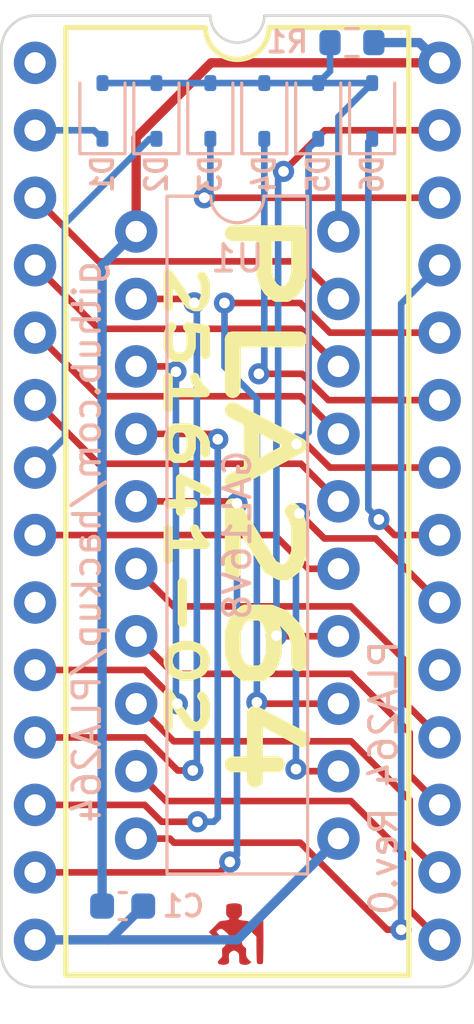
<source format=kicad_pcb>
(kicad_pcb (version 20221018) (generator pcbnew)
  (title_block (title "PLA264") (date "2023-04-25") (rev "0") (company "www.hackup.net") (comment 1 "Creative Commons Attribution-NonCommercial-ShareAlike 4.0 International License.") (comment 2 "This work is licensed under a") (comment 4 "Based on the PLA16V8 by D.Mantione"))
  (layers (0 "F.Cu" signal) (31 "B.Cu" signal) (34 "B.Paste" user) (35 "F.Paste" user) (36 "B.SilkS" user "B.Silkscreen") (37 "F.SilkS" user "F.Silkscreen") (38 "B.Mask" user) (39 "F.Mask" user) (44 "Edge.Cuts" user))
  (net 0 "")
  (net 1 "/A14")
  (net 2 "Net-(D1-A)")
  (net 3 "/A13")
  (net 4 "/A11")
  (net 5 "/A10")
  (net 6 "/A12")
  (net 7 "/A15")
  (net 9 "/A7")
  (net 10 "/A6")
  (net 11 "/A5")
  (net 12 "/A4")
  (net 13 "/PHI0")
  (net 15 "/KERNAL")
  (net 16 "/LOOP")
  (net 17 "/KB_SPI")
  (net 18 "/BSW")
  (net 19 "GND")
  (net 20 "/ACIA")
  (net 21 "/UP_SPI")
  (net 22 "/PHI2")
  (net 23 "/$FDDx")
  (net 25 "/RAS")
  (net 26 "/A9")
  (net 27 "/A8")
  (net 28 "/MUX")
  (net 29 "+5V")
  (footprint "Logo:bigby3-cu" (layer "F.Cu") (at 104.14 88.646)
    (fp_text reference "G***" hide)
    (fp_text value "LOGO" hide)
    (fp_poly (pts (xy -0.026724 -1.11327) (xy 0.058747 -1.09998) (xy 0.1016 -1.084714) (xy 0.134346 -1.064032) (xy 0.153756 -1.034712) (xy 0.163671 -0.984062) (xy 0.167931 -0.899391) (xy 0.168731 -0.862839) (xy 0.169427 -0.764664) (xy 0.163957 -0.702414) (xy 0.147939 -0.661244) (xy 0.116987 -0.62631) (xy 0.092531 -0.604821) (xy 0.045096 -0.555924) (xy 0.036494 -0.520014) (xy 0.069817 -0.494379) (xy 0.148159 -0.476308) (xy 0.252161 -0.464893) (xy 0.351095 -0.454507) (xy 0.413731 -0.440268) (xy 0.454546 -0.416892) (xy 0.488023 -0.379096) (xy 0.488294 -0.378731) (xy 0.540088 -0.326117) (xy 0.60358 -0.283954) (xy 0.66322 -0.260363) (xy 0.703458 -0.263465) (xy 0.705542 -0.265276) (xy 0.714103 -0.297405) (xy 0.721226 -0.367352) (xy 0.72575 -0.462136) (xy 0.726521 -0.499917) (xy 0.731177 -0.620415) (xy 0.741988 -0.696678) (xy 0.759962 -0.735011) (xy 0.764743 -0.738834) (xy 0.825362 -0.758592) (xy 0.895165 -0.758199) (xy 0.949165 -0.738764) (xy 0.957906 -0.73025) (xy 0.963642 -0.69797) (xy 0.968498 -0.621959) (xy 0.972476 -0.509282) (xy 0.975581 -0.367002) (xy 0.977815 -0.20218) (xy 0.979181 -0.021881) (xy 0.979682 0.166834) (xy 0.979322 0.356902) (xy 0.978102 0.541258) (xy 0.976027 0.712842) (xy 0.973098 0.864589) (xy 0.96932 0.989437) (xy 0.964695 1.080324) (xy 0.959227 1.130185) (xy 0.957107 1.13665) (xy 0.91653 1.160454) (xy 0.851662 1.167163) (xy 0.786424 1.155686) (xy 0.765052 1.145423) (xy 0.752385 1.127104) (xy 0.74281 1.086374) (xy 0.735889 1.017299) (xy 0.731188 0.913943) (xy 0.728271 0.77037) (xy 0.726952 0.626376) (xy 0.7239 0.129526) (xy 0.62865 0.042287) (xy 0.574049 -0.012016) (xy 0.539591 -0.054545) (xy 0.5334 -0.068572) (xy 0.512685 -0.093821) (xy 0.461505 -0.126175) (xy 0.447887 -0.13297) (xy 0.387141 -0.157807) (xy 0.343265 -0.15684) (xy 0.288729 -0.128953) (xy 0.284408 -0.126333) (xy 0.224125 -0.081039) (xy 0.183094 -0.035104) (xy 0.181387 -0.032104) (xy 0.140575 0.014704) (xy 0.090866 0.049747) (xy 0.038671 0.088164) (xy 0.032338 0.127919) (xy 0.072474 0.176055) (xy 0.103915 0.200895) (xy 0.159274 0.254459) (xy 0.170508 0.303758) (xy 0.16934 0.309004) (xy 0.16998 0.391151) (xy 0.204658 0.471278) (xy 0.263159 0.5269) (xy 0.269845 0.530211) (xy 0.319172 0.568662) (xy 0.32939 0.628962) (xy 0.324084 0.757859) (xy 0.330317 0.849562) (xy 0.351365 0.917) (xy 0.390506 0.973103) (xy 0.42545 1.008006) (xy 0.5207 1.095765) (xy 0.460736 1.144782) (xy 0.381405 1.181885) (xy 0.279055 1.193135) (xy 0.175143 1.177222) (xy 0.140895 1.164322) (xy 0.107208 1.145264) (xy 0.087821 1.117938) (xy 0.078819 1.06951) (xy 0.076284 0.98715) (xy 0.0762 0.952359) (xy 0.073533 0.848359) (xy 0.060456 0.780119) (xy 0.029356 0.732674) (xy -0.027384 0.691062) (xy -0.068968 0.667085) (xy -0.113918 0.650592) (xy -0.160976 0.660004) (xy -0.213892 0.68798) (xy -0.274031 0.729469) (xy -0.308561 0.77511) (xy -0.322626 0.838813) (xy -0.321369 0.934486) (xy -0.318767 0.971588) (xy -0.314771 1.057163) (xy -0.321881 1.108215) (xy -0.343861 1.140488) (xy -0.362667 1.15525) (xy -0.434131 1.182335) (xy -0.529781 1.190952) (xy -0.626268 1.180544) (xy -0.67945 1.162799) (xy -0.725608 1.127448) (xy -0.729324 1.082427) (xy -0.689636 1.022263) (xy -0.647202 0.979074) (xy -0.597941 0.929618) (xy -0.572461 0.887957) (xy -0.564685 0.835404) (xy -0.568538 0.753273) (xy -0.569523 0.740163) (xy -0.57436 0.653085) (xy -0.569012 0.599876) (xy -0.548605 0.563883) (xy -0.508265 0.528452) (xy -0.507346 0.527733) (xy -0.455235 0.47284) (xy -0.427668 0.415907) (xy -0.427192 0.369379) (xy -0.456356 0.345702) (xy -0.4699 0.344851) (xy -0.536701 0.354612) (xy -0.576736 0.365259) (xy -0.620035 0.368139) (xy -0.670136 0.343626) (xy -0.738047 0.287107) (xy -0.801988 0.227156) (xy -0.853115 0.176968) (xy -0.872512 0.156322) (xy -0.908019 0.118294) (xy -0.963026 0.062812) (xy -0.98704 0.039279) (xy -1.0372 -0.012455) (xy -1.054099 -0.043654) (xy -1.046721 -0.058796) (xy -0.7874 -0.058796) (xy -0.769224 -0.020459) (xy -0.722582 0.037045) (xy -0.659306 0.101954) (xy -0.591229 0.162503) (xy -0.530181 0.206928) (xy -0.508721 0.218282) (xy -0.447135 0.232429) (xy -0.379678 0.215185) (xy -0.36195 0.207227) (xy -0.307202 0.173023) (xy -0.280047 0.1395) (xy -0.2794 0.135024) (xy -0.297434 0.09715) (xy -0.34404 0.039389) (xy -0.407973 -0.026595) (xy -0.47799 -0.089141) (xy -0.53887 -0.134102) (xy -0.587802 -0.16077) (xy -0.628218 -0.163068) (xy -0.684659 -0.141137) (xy -0.69762 -0.135005) (xy -0.755074 -0.099824) (xy -0.785794 -0.065848) (xy -0.7874 -0.058796) (xy -1.046721 -0.058796) (xy -1.042486 -0.067485) (xy -1.029669 -0.078944) (xy -0.978289 -0.12488) (xy -0.936801 -0.1651) (xy -0.881514 -0.22098) (xy -0.843371 -0.259421) (xy -0.810351 -0.292995) (xy -0.779826 -0.325477) (xy -0.736645 -0.373149) (xy -0.712712 -0.399809) (xy -0.665231 -0.432057) (xy -0.585127 -0.453807) (xy -0.494803 -0.465318) (xy -0.380598 -0.479658) (xy -0.313615 -0.498886) (xy -0.290301 -0.526256) (xy -0.307104 -0.565021) (xy -0.343893 -0.603528) (xy -0.383558 -0.644002) (xy -0.405638 -0.683579) (xy -0.414687 -0.738178) (xy -0.415256 -0.823721) (xy -0.41463 -0.8509) (xy -0.412158 -0.941267) (xy -0.4099 -1.01016) (xy -0.408328 -1.043251) (xy -0.40828 -1.043673) (xy -0.381235 -1.072258) (xy -0.316608 -1.094552) (xy -0.22735 -1.109514) (xy -0.126406 -1.1161) (xy -0.026724 -1.11327)) (stroke (width 0.01)) (fill solid) (layer "F.Cu"))
  )
  (footprint "Package_DIP:DIP-28_W15.24mm" (layer "F.Cu") (at 96.52 55.88)
    (fp_text reference "J1" hide)
    (fp_text value "PLA_Socket")
    (fp_line (start 1.16 -1.33) (end 1.16 34.35) (stroke (width 0.2)) (layer "F.SilkS"))
    (fp_line (start 1.16 34.35) (end 14.08 34.35) (stroke (width 0.2)) (layer "F.SilkS"))
    (fp_line (start 6.42 -1.33) (end 1.16 -1.33) (stroke (width 0.2)) (layer "F.SilkS"))
    (fp_line (start 14.08 -1.33) (end 8.82 -1.33) (stroke (width 0.2)) (layer "F.SilkS"))
    (fp_line (start 14.08 34.35) (end 14.08 -1.33) (stroke (width 0.2)) (layer "F.SilkS"))
    (fp_arc (start 8.82 -1.33) (mid 7.62 -0.13) (end 6.42 -1.33) (stroke (width 0.2)) (layer "F.SilkS"))
    (pad "1" thru_hole circle (at 0 0) (size 1.6 1.6) (drill 0.8) (layers "*.Cu" "*.Mask"))
    (pad "2" thru_hole oval (at 0 2.54) (size 1.6 1.6) (drill 0.8) (layers "*.Cu" "*.Mask") (net 6 "/A12"))
    (pad "3" thru_hole oval (at 0 5.08) (size 1.6 1.6) (drill 0.8) (layers "*.Cu" "*.Mask") (net 9 "/A7"))
    (pad "4" thru_hole oval (at 0 7.62) (size 1.6 1.6) (drill 0.8) (layers "*.Cu" "*.Mask") (net 10 "/A6"))
    (pad "5" thru_hole oval (at 0 10.16) (size 1.6 1.6) (drill 0.8) (layers "*.Cu" "*.Mask") (net 11 "/A5"))
    (pad "6" thru_hole oval (at 0 12.7) (size 1.6 1.6) (drill 0.8) (layers "*.Cu" "*.Mask") (net 12 "/A4"))
    (pad "7" thru_hole oval (at 0 15.24) (size 1.6 1.6) (drill 0.8) (layers "*.Cu" "*.Mask") (net 7 "/A15"))
    (pad "8" thru_hole oval (at 0 17.78) (size 1.6 1.6) (drill 0.8) (layers "*.Cu" "*.Mask") (net 13 "/PHI0"))
    (pad "9" thru_hole oval (at 0 20.32) (size 1.6 1.6) (drill 0.8) (layers "*.Cu" "*.Mask"))
    (pad "10" thru_hole oval (at 0 22.86) (size 1.6 1.6) (drill 0.8) (layers "*.Cu" "*.Mask") (net 15 "/KERNAL"))
    (pad "11" thru_hole oval (at 0 25.4) (size 1.6 1.6) (drill 0.8) (layers "*.Cu" "*.Mask") (net 16 "/LOOP"))
    (pad "12" thru_hole oval (at 0 27.94) (size 1.6 1.6) (drill 0.8) (layers "*.Cu" "*.Mask") (net 17 "/KB_SPI"))
    (pad "13" thru_hole oval (at 0 30.48) (size 1.6 1.6) (drill 0.8) (layers "*.Cu" "*.Mask") (net 18 "/BSW"))
    (pad "14" thru_hole oval (at 0 33.02) (size 1.6 1.6) (drill 0.8) (layers "*.Cu" "*.Mask") (net 19 "GND"))
    (pad "15" thru_hole oval (at 15.24 33.02) (size 1.6 1.6) (drill 0.8) (layers "*.Cu" "*.Mask") (net 20 "/ACIA"))
    (pad "16" thru_hole oval (at 15.24 30.48) (size 1.6 1.6) (drill 0.8) (layers "*.Cu" "*.Mask") (net 21 "/UP_SPI"))
    (pad "17" thru_hole oval (at 15.24 27.94) (size 1.6 1.6) (drill 0.8) (layers "*.Cu" "*.Mask") (net 22 "/PHI2"))
    (pad "18" thru_hole oval (at 15.24 25.4) (size 1.6 1.6) (drill 0.8) (layers "*.Cu" "*.Mask") (net 23 "/$FDDx"))
    (pad "19" thru_hole oval (at 15.24 22.86) (size 1.6 1.6) (drill 0.8) (layers "*.Cu" "*.Mask"))
    (pad "20" thru_hole oval (at 15.24 20.32) (size 1.6 1.6) (drill 0.8) (layers "*.Cu" "*.Mask") (net 25 "/RAS"))
    (pad "21" thru_hole oval (at 15.24 17.78) (size 1.6 1.6) (drill 0.8) (layers "*.Cu" "*.Mask") (net 5 "/A10"))
    (pad "22" thru_hole oval (at 15.24 15.24) (size 1.6 1.6) (drill 0.8) (layers "*.Cu" "*.Mask") (net 4 "/A11"))
    (pad "23" thru_hole oval (at 15.24 12.7) (size 1.6 1.6) (drill 0.8) (layers "*.Cu" "*.Mask") (net 3 "/A13"))
    (pad "24" thru_hole oval (at 15.24 10.16) (size 1.6 1.6) (drill 0.8) (layers "*.Cu" "*.Mask") (net 26 "/A9"))
    (pad "25" thru_hole oval (at 15.24 7.62) (size 1.6 1.6) (drill 0.8) (layers "*.Cu" "*.Mask") (net 27 "/A8"))
    (pad "26" thru_hole oval (at 15.24 5.08) (size 1.6 1.6) (drill 0.8) (layers "*.Cu" "*.Mask") (net 1 "/A14"))
    (pad "27" thru_hole oval (at 15.24 2.54) (size 1.6 1.6) (drill 0.8) (layers "*.Cu" "*.Mask") (net 28 "/MUX"))
    (pad "28" thru_hole oval (at 15.24 0) (size 1.6 1.6) (drill 0.8) (layers "*.Cu" "*.Mask") (net 29 "+5V"))
  )
  (footprint "Diode_SMD:D_SOD-323" (layer "B.Cu") (at 99.06 57.692 90)
    (fp_text reference "D1" (at -2.379 0 90) (layer "B.SilkS") (effects (font (size 0.8 0.7)) (justify mirror)))
    (fp_text value "1N4148WS")
    (fp_line (start -1.61 -0.85) (end 1.05 -0.85) (stroke (width 0.12)) (layer "B.SilkS"))
    (fp_line (start -1.61 0.85) (end -1.61 -0.85) (stroke (width 0.12)) (layer "B.SilkS"))
    (fp_line (start -1.61 0.85) (end 1.05 0.85) (stroke (width 0.12)) (layer "B.SilkS"))
    (pad "1" smd roundrect (at -1.05 0 90) (size 0.6 0.45) (layers "B.Cu" "B.Paste" "B.Mask") (net 6 "/A12"))
    (pad "2" smd roundrect (at 1.05 0 90) (size 0.6 0.45) (layers "B.Cu" "B.Paste" "B.Mask") (net 2 "Net-(D1-A)"))
  )
  (footprint "Diode_SMD:D_SOD-323" (layer "B.Cu") (at 109.22 57.692 90)
    (fp_text reference "D6" hide)
    (fp_text value "1N4148WS")
    (fp_text user "${REFERENCE}" (at -2.379 0 90) (layer "B.SilkS") (effects (font (size 0.8 0.7)) (justify mirror)))
    (fp_line (start -1.61 -0.85) (end 1.05 -0.85) (stroke (width 0.12)) (layer "B.SilkS"))
    (fp_line (start -1.61 0.85) (end -1.61 -0.85) (stroke (width 0.12)) (layer "B.SilkS"))
    (fp_line (start -1.61 0.85) (end 1.05 0.85) (stroke (width 0.12)) (layer "B.SilkS"))
    (pad "1" smd roundrect (at -1.05 0 90) (size 0.6 0.45) (layers "B.Cu" "B.Paste" "B.Mask") (net 5 "/A10"))
    (pad "2" smd roundrect (at 1.05 0 90) (size 0.6 0.45) (layers "B.Cu" "B.Paste" "B.Mask") (net 2 "Net-(D1-A)"))
  )
  (footprint "Capacitor_SMD:C_0603_1608Metric" (layer "B.Cu") (at 99.822 87.63)
    (fp_text reference "C1" (at 2.286 0) (layer "B.SilkS") (effects (font (size 0.8 0.8)) (justify mirror)))
    (fp_text value "100n")
    (fp_line (start -0.14058 -0.51) (end 0.14058 -0.51) (stroke (width 0.12)) (layer "B.SilkS"))
    (fp_line (start -0.14058 0.51) (end 0.14058 0.51) (stroke (width 0.12)) (layer "B.SilkS"))
    (pad "1" smd roundrect (at -0.775 0) (size 0.9 0.95) (layers "B.Cu" "B.Paste" "B.Mask") (net 29 "+5V"))
    (pad "2" smd roundrect (at 0.775 0) (size 0.9 0.95) (layers "B.Cu" "B.Paste" "B.Mask") (net 19 "GND"))
  )
  (footprint "Diode_SMD:D_SOD-323" (layer "B.Cu") (at 105.156 57.692 90)
    (fp_text reference "D4" hide)
    (fp_text value "1N4148WS")
    (fp_text user "${REFERENCE}" (at -2.379 0 90) (layer "B.SilkS") (effects (font (size 0.8 0.7)) (justify mirror)))
    (fp_line (start -1.61 -0.85) (end 1.05 -0.85) (stroke (width 0.12)) (layer "B.SilkS"))
    (fp_line (start -1.61 0.85) (end -1.61 -0.85) (stroke (width 0.12)) (layer "B.SilkS"))
    (fp_line (start -1.61 0.85) (end 1.05 0.85) (stroke (width 0.12)) (layer "B.SilkS"))
    (pad "1" smd roundrect (at -1.05 0 90) (size 0.6 0.45) (layers "B.Cu" "B.Paste" "B.Mask") (net 3 "/A13"))
    (pad "2" smd roundrect (at 1.05 0 90) (size 0.6 0.45) (layers "B.Cu" "B.Paste" "B.Mask") (net 2 "Net-(D1-A)"))
  )
  (footprint "Diode_SMD:D_SOD-323" (layer "B.Cu") (at 101.092 57.692 90)
    (fp_text reference "D2" hide)
    (fp_text value "1N4148WS")
    (fp_text user "${REFERENCE}" (at -2.379 0 90) (layer "B.SilkS") (effects (font (size 0.8 0.7)) (justify mirror)))
    (fp_line (start -1.61 -0.85) (end 1.05 -0.85) (stroke (width 0.12)) (layer "B.SilkS"))
    (fp_line (start -1.61 0.85) (end -1.61 -0.85) (stroke (width 0.12)) (layer "B.SilkS"))
    (fp_line (start -1.61 0.85) (end 1.05 0.85) (stroke (width 0.12)) (layer "B.SilkS"))
    (pad "1" smd roundrect (at -1.05 0 90) (size 0.6 0.45) (layers "B.Cu" "B.Paste" "B.Mask") (net 7 "/A15"))
    (pad "2" smd roundrect (at 1.05 0 90) (size 0.6 0.45) (layers "B.Cu" "B.Paste" "B.Mask") (net 2 "Net-(D1-A)"))
  )
  (footprint "Package_DIP:DIP-20_W7.62mm" (layer "B.Cu") (at 107.95 62.23 180)
    (fp_text reference "U1" (at 3.81 -1.016) (layer "B.SilkS") (effects (justify mirror)))
    (fp_text value "GAL16V8" (at 3.81 -11.43 90) (layer "B.SilkS") (effects (justify mirror)))
    (fp_line (start 1.16 -24.19) (end 6.46 -24.19) (stroke (width 0.12)) (layer "B.SilkS"))
    (fp_line (start 1.16 1.33) (end 1.16 -24.19) (stroke (width 0.12)) (layer "B.SilkS"))
    (fp_line (start 2.81 1.33) (end 1.16 1.33) (stroke (width 0.12)) (layer "B.SilkS"))
    (fp_line (start 6.46 -24.19) (end 6.46 1.33) (stroke (width 0.12)) (layer "B.SilkS"))
    (fp_line (start 6.46 1.33) (end 4.81 1.33) (stroke (width 0.12)) (layer "B.SilkS"))
    (fp_arc (start 2.81 1.33) (mid 3.81 0.33) (end 4.81 1.33) (stroke (width 0.12)) (layer "B.SilkS"))
    (pad "1" thru_hole circle (at 0 0 180) (size 1.6 1.6) (drill 0.8) (layers "*.Cu" "*.Mask") (net 2 "Net-(D1-A)"))
    (pad "2" thru_hole oval (at 0 -2.54 180) (size 1.6 1.6) (drill 0.8) (layers "*.Cu" "*.Mask") (net 9 "/A7"))
    (pad "3" thru_hole oval (at 0 -5.08 180) (size 1.6 1.6) (drill 0.8) (layers "*.Cu" "*.Mask") (net 10 "/A6"))
    (pad "4" thru_hole oval (at 0 -7.62 180) (size 1.6 1.6) (drill 0.8) (layers "*.Cu" "*.Mask") (net 11 "/A5"))
    (pad "5" thru_hole oval (at 0 -10.16 180) (size 1.6 1.6) (drill 0.8) (layers "*.Cu" "*.Mask") (net 12 "/A4"))
    (pad "6" thru_hole oval (at 0 -12.7 180) (size 1.6 1.6) (drill 0.8) (layers "*.Cu" "*.Mask") (net 13 "/PHI0"))
    (pad "7" thru_hole oval (at 0 -15.24 180) (size 1.6 1.6) (drill 0.8) (layers "*.Cu" "*.Mask") (net 28 "/MUX"))
    (pad "8" thru_hole oval (at 0 -17.78 180) (size 1.6 1.6) (drill 0.8) (layers "*.Cu" "*.Mask") (net 26 "/A9"))
    (pad "9" thru_hole oval (at 0 -20.32 180) (size 1.6 1.6) (drill 0.8) (layers "*.Cu" "*.Mask") (net 25 "/RAS"))
    (pad "10" thru_hole oval (at 0 -22.86 180) (size 1.6 1.6) (drill 0.8) (layers "*.Cu" "*.Mask") (net 19 "GND"))
    (pad "11" thru_hole oval (at 7.62 -22.86 180) (size 1.6 1.6) (drill 0.8) (layers "*.Cu" "*.Mask") (net 27 "/A8"))
    (pad "12" thru_hole oval (at 7.62 -20.32 180) (size 1.6 1.6) (drill 0.8) (layers "*.Cu" "*.Mask") (net 20 "/ACIA"))
    (pad "13" thru_hole oval (at 7.62 -17.78 180) (size 1.6 1.6) (drill 0.8) (layers "*.Cu" "*.Mask") (net 21 "/UP_SPI"))
    (pad "14" thru_hole oval (at 7.62 -15.24 180) (size 1.6 1.6) (drill 0.8) (layers "*.Cu" "*.Mask") (net 22 "/PHI2"))
    (pad "15" thru_hole oval (at 7.62 -12.7 180) (size 1.6 1.6) (drill 0.8) (layers "*.Cu" "*.Mask") (net 23 "/$FDDx"))
    (pad "16" thru_hole oval (at 7.62 -10.16 180) (size 1.6 1.6) (drill 0.8) (layers "*.Cu" "*.Mask") (net 18 "/BSW"))
    (pad "17" thru_hole oval (at 7.62 -7.62 180) (size 1.6 1.6) (drill 0.8) (layers "*.Cu" "*.Mask") (net 17 "/KB_SPI"))
    (pad "18" thru_hole oval (at 7.62 -5.08 180) (size 1.6 1.6) (drill 0.8) (layers "*.Cu" "*.Mask") (net 15 "/KERNAL"))
    (pad "19" thru_hole oval (at 7.62 -2.54 180) (size 1.6 1.6) (drill 0.8) (layers "*.Cu" "*.Mask") (net 16 "/LOOP"))
    (pad "20" thru_hole oval (at 7.62 0 180) (size 1.6 1.6) (drill 0.8) (layers "*.Cu" "*.Mask") (net 29 "+5V"))
  )
  (footprint "Diode_SMD:D_SOD-323" (layer "B.Cu") (at 107.188 57.692 90)
    (fp_text reference "D5" hide)
    (fp_text value "1N4148WS")
    (fp_text user "${REFERENCE}" (at -2.379 0 90) (layer "B.SilkS") (effects (font (size 0.8 0.7)) (justify mirror)))
    (fp_line (start -1.61 -0.85) (end 1.05 -0.85) (stroke (width 0.12)) (layer "B.SilkS"))
    (fp_line (start -1.61 0.85) (end -1.61 -0.85) (stroke (width 0.12)) (layer "B.SilkS"))
    (fp_line (start -1.61 0.85) (end 1.05 0.85) (stroke (width 0.12)) (layer "B.SilkS"))
    (pad "1" smd roundrect (at -1.05 0 90) (size 0.6 0.45) (layers "B.Cu" "B.Paste" "B.Mask") (net 4 "/A11"))
    (pad "2" smd roundrect (at 1.05 0 90) (size 0.6 0.45) (layers "B.Cu" "B.Paste" "B.Mask") (net 2 "Net-(D1-A)"))
  )
  (footprint "Resistor_SMD:R_0603_1608Metric" (layer "B.Cu") (at 108.458 55.118 180)
    (fp_text reference "R1" (at 2.4384 0.0254) (layer "B.SilkS") (effects (font (size 0.8 0.8)) (justify mirror)))
    (fp_text value "5k6")
    (fp_line (start -0.237258 -0.5225) (end 0.237258 -0.5225) (stroke (width 0.12)) (layer "B.SilkS"))
    (fp_line (start -0.237258 0.5225) (end 0.237258 0.5225) (stroke (width 0.12)) (layer "B.SilkS"))
    (pad "1" smd roundrect (at -0.825 0 180) (size 0.8 0.95) (layers "B.Cu" "B.Paste" "B.Mask") (net 29 "+5V"))
    (pad "2" smd roundrect (at 0.825 0 180) (size 0.8 0.95) (layers "B.Cu" "B.Paste" "B.Mask") (net 2 "Net-(D1-A)"))
  )
  (footprint "Diode_SMD:D_SOD-323" (layer "B.Cu") (at 103.124 57.692 90)
    (fp_text reference "D3" hide)
    (fp_text value "1N4148WS")
    (fp_text user "${REFERENCE}" (at -2.379 0 90) (layer "B.SilkS") (effects (font (size 0.8 0.7)) (justify mirror)))
    (fp_line (start -1.61 -0.85) (end 1.05 -0.85) (stroke (width 0.12)) (layer "B.SilkS"))
    (fp_line (start -1.61 0.85) (end -1.61 -0.85) (stroke (width 0.12)) (layer "B.SilkS"))
    (fp_line (start -1.61 0.85) (end 1.05 0.85) (stroke (width 0.12)) (layer "B.SilkS"))
    (pad "1" smd roundrect (at -1.05 0 90) (size 0.6 0.45) (layers "B.Cu" "B.Paste" "B.Mask") (net 1 "/A14"))
    (pad "2" smd roundrect (at 1.05 0 90) (size 0.6 0.45) (layers "B.Cu" "B.Paste" "B.Mask") (net 2 "Net-(D1-A)"))
  )
  (gr_line (start 111.76 90.678) (end 96.52 90.678) (stroke (width 0.1)) (layer "Edge.Cuts"))
  (gr_arc (start 96.52 90.678) (mid 95.621974 90.306026) (end 95.25 89.408) (stroke (width 0.1)) (layer "Edge.Cuts"))
  (gr_arc (start 105.156 54.102) (mid 104.14 55.118) (end 103.124 54.102) (stroke (width 0.1)) (layer "Edge.Cuts"))
  (gr_arc (start 111.76 54.102) (mid 112.658026 54.473974) (end 113.03 55.372) (stroke (width 0.1)) (layer "Edge.Cuts"))
  (gr_line (start 105.156 54.102) (end 111.76 54.102) (stroke (width 0.1)) (layer "Edge.Cuts"))
  (gr_arc (start 113.03 89.408) (mid 112.658026 90.306026) (end 111.76 90.678) (stroke (width 0.1)) (layer "Edge.Cuts"))
  (gr_arc (start 95.25 55.372) (mid 95.621974 54.473974) (end 96.52 54.102) (stroke (width 0.1)) (layer "Edge.Cuts"))
  (gr_line (start 95.25 89.408) (end 95.25 55.372) (stroke (width 0.1)) (layer "Edge.Cuts"))
  (gr_line (start 113.03 55.372) (end 113.03 89.408) (stroke (width 0.1)) (layer "Edge.Cuts"))
  (gr_line (start 96.52 54.102) (end 103.124 54.102) (stroke (width 0.1)) (layer "Edge.Cuts"))
  (gr_text "github.com/hackup/PLA264" (at 99.06 63.246 90) (layer "B.SilkS") (effects (font (size 1 1)) (justify left bottom mirror)))
  (gr_text "PLA264 Rev.0" (at 110.236 82.804 90) (layer "B.SilkS") (effects (font (size 1 1)) (justify bottom mirror)))
  (gr_text "251641-02" (at 101.346 72.39 270) (layer "F.SilkS") (effects (font (size 1.4 2) (thickness 0.35) bold) (justify bottom)))
  (gr_text "PLA264" (at 103.632 72.39 270) (layer "F.SilkS") (effects (font (size 2.5 4) (thickness 0.6) bold) (justify bottom)))
  (segment (start 102.8954 60.96) (end 111.76 60.96) (width 0.25) (layer "F.Cu") (net 1))
  (via (at 102.8954 60.96) (size 0.8) (drill 0.4) (layers "F.Cu" "B.Cu") (net 1))
  (segment (start 103.124 58.742) (end 103.124 60.7314) (width 0.25) (layer "B.Cu") (net 1))
  (segment (start 103.124 60.7314) (end 102.8954 60.96) (width 0.25) (layer "B.Cu") (net 1))
  (segment (start 99.06 56.642) (end 101.092 56.642) (width 0.25) (layer "B.Cu") (net 2))
  (segment (start 109.22 56.642) (end 107.95 57.912) (width 0.25) (layer "B.Cu") (net 2))
  (segment (start 107.633 56.197) (end 107.188 56.642) (width 0.25) (layer "B.Cu") (net 2))
  (segment (start 107.95 57.912) (end 107.95 62.23) (width 0.25) (layer "B.Cu") (net 2))
  (segment (start 107.188 56.642) (end 109.22 56.642) (width 0.25) (layer "B.Cu") (net 2))
  (segment (start 107.633 55.118) (end 107.633 56.197) (width 0.25) (layer "B.Cu") (net 2))
  (segment (start 103.124 56.642) (end 105.156 56.642) (width 0.25) (layer "B.Cu") (net 2))
  (segment (start 101.092 56.642) (end 103.124 56.642) (width 0.25) (layer "B.Cu") (net 2))
  (segment (start 105.156 56.642) (end 107.188 56.642) (width 0.25) (layer "B.Cu") (net 2))
  (segment (start 107.569 68.58) (end 111.76 68.58) (width 0.25) (layer "F.Cu") (net 3))
  (segment (start 104.9528 67.5894) (end 106.5784 67.5894) (width 0.25) (layer "F.Cu") (net 3))
  (segment (start 106.5784 67.5894) (end 107.569 68.58) (width 0.25) (layer "F.Cu") (net 3))
  (via (at 104.9528 67.5894) (size 0.8) (drill 0.4) (layers "F.Cu" "B.Cu") (net 3))
  (segment (start 105.156 67.3862) (end 104.9528 67.5894) (width 0.25) (layer "B.Cu") (net 3))
  (segment (start 105.156 58.742) (end 105.156 67.3862) (width 0.25) (layer "B.Cu") (net 3))
  (segment (start 107.629009 71.12) (end 111.76 71.12) (width 0.25) (layer "F.Cu") (net 4))
  (segment (start 106.3752 70.231) (end 106.740009 70.231) (width 0.25) (layer "F.Cu") (net 4))
  (segment (start 106.740009 70.231) (end 107.629009 71.12) (width 0.25) (layer "F.Cu") (net 4))
  (via (at 106.3752 70.231) (size 0.8) (drill 0.4) (layers "F.Cu" "B.Cu") (net 4))
  (segment (start 107.188 58.742) (end 106.825 59.105) (width 0.25) (layer "B.Cu") (net 4))
  (segment (start 106.825 59.105) (end 106.825 69.7812) (width 0.25) (layer "B.Cu") (net 4))
  (segment (start 106.825 69.7812) (end 106.3752 70.231) (width 0.25) (layer "B.Cu") (net 4))
  (segment (start 111.76 73.66) (end 110.059389 73.66) (width 0.25) (layer "F.Cu") (net 5))
  (segment (start 110.059389 73.66) (end 109.472914 73.073525) (width 0.25) (layer "F.Cu") (net 5))
  (via (at 109.472914 73.073525) (size 0.8) (drill 0.4) (layers "F.Cu" "B.Cu") (net 5))
  (segment (start 109.075 72.675611) (end 109.472914 73.073525) (width 0.25) (layer "B.Cu") (net 5))
  (segment (start 109.075 58.851) (end 109.075 72.675611) (width 0.25) (layer "B.Cu") (net 5))
  (segment (start 99.06 58.742) (end 98.738 58.42) (width 0.25) (layer "B.Cu") (net 6))
  (segment (start 98.738 58.42) (end 96.52 58.42) (width 0.25) (layer "B.Cu") (net 6))
  (segment (start 101.092 58.742) (end 100.838 58.742) (width 0.25) (layer "B.Cu") (net 7))
  (segment (start 97.645 69.995) (end 97.645 61.935) (width 0.25) (layer "B.Cu") (net 7))
  (segment (start 96.52 71.12) (end 97.645 69.995) (width 0.25) (layer "B.Cu") (net 7))
  (segment (start 100.838 58.742) (end 97.645 61.935) (width 0.25) (layer "B.Cu") (net 7))
  (segment (start 98.915 63.355) (end 96.52 60.96) (width 0.25) (layer "F.Cu") (net 9))
  (segment (start 106.535 63.355) (end 98.915 63.355) (width 0.25) (layer "F.Cu") (net 9))
  (segment (start 107.95 64.77) (end 106.535 63.355) (width 0.25) (layer "F.Cu") (net 9))
  (segment (start 107.95 67.31) (end 106.535 65.895) (width 0.25) (layer "F.Cu") (net 10))
  (segment (start 98.915 65.895) (end 96.52 63.5) (width 0.25) (layer "F.Cu") (net 10))
  (segment (start 106.535 65.895) (end 98.915 65.895) (width 0.25) (layer "F.Cu") (net 10))
  (segment (start 106.535 68.435) (end 98.915 68.435) (width 0.25) (layer "F.Cu") (net 11))
  (segment (start 98.915 68.435) (end 96.52 66.04) (width 0.25) (layer "F.Cu") (net 11))
  (segment (start 107.95 69.85) (end 106.535 68.435) (width 0.25) (layer "F.Cu") (net 11))
  (segment (start 107.95 72.39) (end 106.535 70.975) (width 0.25) (layer "F.Cu") (net 12))
  (segment (start 106.535 70.975) (end 98.915 70.975) (width 0.25) (layer "F.Cu") (net 12))
  (segment (start 98.915 70.975) (end 96.52 68.58) (width 0.25) (layer "F.Cu") (net 12))
  (segment (start 106.81863 74.93) (end 105.54863 73.66) (width 0.25) (layer "F.Cu") (net 13))
  (segment (start 105.54863 73.66) (end 96.52 73.66) (width 0.25) (layer "F.Cu") (net 13))
  (segment (start 107.95 74.93) (end 106.81863 74.93) (width 0.25) (layer "F.Cu") (net 13))
  (segment (start 100.33 67.31) (end 101.6254 67.31) (width 0.25) (layer "F.Cu") (net 15))
  (segment (start 101.6254 67.31) (end 101.8286 67.5132) (width 0.25) (layer "F.Cu") (net 15))
  (segment (start 101.8794 79.968409) (end 100.650991 78.74) (width 0.25) (layer "F.Cu") (net 15))
  (segment (start 100.650991 78.74) (end 96.52 78.74) (width 0.25) (layer "F.Cu") (net 15))
  (segment (start 101.8794 80.01) (end 101.8794 79.968409) (width 0.25) (layer "F.Cu") (net 15))
  (via (at 101.8794 80.01) (size 0.8) (drill 0.4) (layers "F.Cu" "B.Cu") (net 15))
  (via (at 101.8286 67.5132) (size 0.8) (drill 0.4) (layers "F.Cu" "B.Cu") (net 15))
  (segment (start 101.8286 67.5132) (end 101.8286 79.9592) (width 0.25) (layer "B.Cu") (net 15))
  (segment (start 101.8286 79.9592) (end 101.8794 80.01) (width 0.25) (layer "B.Cu") (net 15))
  (segment (start 102.370421 64.77) (end 102.515845 64.915424) (width 0.25) (layer "F.Cu") (net 16))
  (segment (start 100.33 64.77) (end 102.370421 64.77) (width 0.25) (layer "F.Cu") (net 16))
  (segment (start 102.4636 82.5246) (end 101.895591 82.5246) (width 0.25) (layer "F.Cu") (net 16))
  (segment (start 101.895591 82.5246) (end 100.650991 81.28) (width 0.25) (layer "F.Cu") (net 16))
  (segment (start 100.650991 81.28) (end 96.52 81.28) (width 0.25) (layer "F.Cu") (net 16))
  (via (at 102.515845 64.915424) (size 0.8) (drill 0.4) (layers "F.Cu" "B.Cu") (net 16))
  (via (at 102.4636 82.5246) (size 0.8) (drill 0.4) (layers "F.Cu" "B.Cu") (net 16))
  (segment (start 102.616 65.015579) (end 102.515845 64.915424) (width 0.25) (layer "B.Cu") (net 16))
  (segment (start 102.4636 82.5246) (end 102.616 82.3722) (width 0.25) (layer "B.Cu") (net 16))
  (segment (start 102.616 82.3722) (end 102.616 65.015579) (width 0.25) (layer "B.Cu") (net 16))
  (segment (start 100.650991 83.82) (end 96.52 83.82) (width 0.25) (layer "F.Cu") (net 17))
  (segment (start 102.6414 84.455) (end 101.285991 84.455) (width 0.25) (layer "F.Cu") (net 17))
  (segment (start 101.285991 84.455) (end 100.650991 83.82) (width 0.25) (layer "F.Cu") (net 17))
  (segment (start 103.2002 69.85) (end 103.4034 70.0532) (width 0.25) (layer "F.Cu") (net 17))
  (segment (start 100.33 69.85) (end 103.2002 69.85) (width 0.25) (layer "F.Cu") (net 17))
  (via (at 103.4034 70.0532) (size 0.8) (drill 0.4) (layers "F.Cu" "B.Cu") (net 17))
  (via (at 102.6414 84.455) (size 0.8) (drill 0.4) (layers "F.Cu" "B.Cu") (net 17))
  (segment (start 103.4034 84.3026) (end 103.251 84.455) (width 0.25) (layer "B.Cu") (net 17))
  (segment (start 103.251 84.455) (end 102.6414 84.455) (width 0.25) (layer "B.Cu") (net 17))
  (segment (start 103.4034 70.0532) (end 103.4034 84.3026) (width 0.25) (layer "B.Cu") (net 17))
  (segment (start 103.465626 86.36) (end 103.858726 85.9669) (width 0.25) (layer "F.Cu") (net 18))
  (segment (start 104.0517 72.39) (end 104.1279 72.4662) (width 0.25) (layer "F.Cu") (net 18))
  (segment (start 100.33 72.39) (end 104.0517 72.39) (width 0.25) (layer "F.Cu") (net 18))
  (segment (start 96.52 86.36) (end 103.465626 86.36) (width 0.25) (layer "F.Cu") (net 18))
  (via (at 103.858726 85.9669) (size 0.8) (drill 0.4) (layers "F.Cu" "B.Cu") (net 18))
  (via (at 104.1279 72.4662) (size 0.8) (drill 0.4) (layers "F.Cu" "B.Cu") (net 18))
  (segment (start 104.1279 72.4662) (end 104.1279 85.697726) (width 0.25) (layer "B.Cu") (net 18))
  (segment (start 104.1279 85.697726) (end 103.858726 85.9669) (width 0.25) (layer "B.Cu") (net 18))
  (segment (start 96.52 88.9) (end 104.14 88.9) (width 0.35) (layer "B.Cu") (net 19))
  (segment (start 100.597 87.63) (end 99.327 88.9) (width 0.35) (layer "B.Cu") (net 19))
  (segment (start 104.14 88.9) (end 107.95 85.09) (width 0.35) (layer "B.Cu") (net 19))
  (segment (start 99.327 88.9) (end 96.52 88.9) (width 0.35) (layer "B.Cu") (net 19))
  (segment (start 101.455 83.675) (end 108.415991 83.675) (width 0.25) (layer "F.Cu") (net 20))
  (segment (start 110.635 87.775) (end 111.76 88.9) (width 0.25) (layer "F.Cu") (net 20))
  (segment (start 110.635 85.894009) (end 110.635 87.775) (width 0.25) (layer "F.Cu") (net 20))
  (segment (start 108.415991 83.675) (end 110.635 85.894009) (width 0.25) (layer "F.Cu") (net 20))
  (segment (start 100.33 82.55) (end 101.455 83.675) (width 0.25) (layer "F.Cu") (net 20))
  (segment (start 101.745 81.425) (end 108.4252 81.425) (width 0.25) (layer "F.Cu") (net 21))
  (segment (start 100.33 80.01) (end 101.745 81.425) (width 0.25) (layer "F.Cu") (net 21))
  (segment (start 108.4252 81.425) (end 110.635 83.6348) (width 0.25) (layer "F.Cu") (net 21))
  (segment (start 110.635 85.235) (end 111.76 86.36) (width 0.25) (layer "F.Cu") (net 21))
  (segment (start 110.635 83.6348) (end 110.635 85.235) (width 0.25) (layer "F.Cu") (net 21))
  (segment (start 100.33 77.47) (end 101.745 78.885) (width 0.25) (layer "F.Cu") (net 22))
  (segment (start 101.745 78.885) (end 108.415991 78.885) (width 0.25) (layer "F.Cu") (net 22))
  (segment (start 108.415991 78.885) (end 110.635 81.104009) (width 0.25) (layer "F.Cu") (net 22))
  (segment (start 110.635 82.695) (end 111.76 83.82) (width 0.25) (layer "F.Cu") (net 22))
  (segment (start 110.635 81.104009) (end 110.635 82.695) (width 0.25) (layer "F.Cu") (net 22))
  (segment (start 110.5408 78.469809) (end 110.5408 80.0608) (width 0.25) (layer "F.Cu") (net 23))
  (segment (start 108.415991 76.345) (end 110.5408 78.469809) (width 0.25) (layer "F.Cu") (net 23))
  (segment (start 101.745 76.345) (end 108.415991 76.345) (width 0.25) (layer "F.Cu") (net 23))
  (segment (start 100.33 74.93) (end 101.745 76.345) (width 0.25) (layer "F.Cu") (net 23))
  (segment (start 110.5408 80.0608) (end 111.76 81.28) (width 0.25) (layer "F.Cu") (net 23))
  (segment (start 107.4166 73.787) (end 109.347 73.787) (width 0.25) (layer "F.Cu") (net 25))
  (segment (start 107.95 82.55) (end 106.426 82.55) (width 0.25) (layer "F.Cu") (net 25))
  (segment (start 106.4768 72.8472) (end 107.4166 73.787) (width 0.25) (layer "F.Cu") (net 25))
  (segment (start 106.426 82.55) (end 106.3498 82.4738) (width 0.25) (layer "F.Cu") (net 25))
  (segment (start 109.347 73.787) (end 111.76 76.2) (width 0.25) (layer "F.Cu") (net 25))
  (via (at 106.4768 72.8472) (size 0.8) (drill 0.4) (layers "F.Cu" "B.Cu") (net 25))
  (via (at 106.3498 82.4738) (size 0.8) (drill 0.4) (layers "F.Cu" "B.Cu") (net 25))
  (segment (start 106.3498 82.4738) (end 106.3498 72.9742) (width 0.25) (layer "B.Cu") (net 25))
  (segment (start 106.3498 72.9742) (end 106.4768 72.8472) (width 0.25) (layer "B.Cu") (net 25))
  (segment (start 103.6574 64.9224) (end 106.511409 64.9224) (width 0.25) (layer "F.Cu") (net 26))
  (segment (start 107.629009 66.04) (end 111.76 66.04) (width 0.25) (layer "F.Cu") (net 26))
  (segment (start 107.95 80.01) (end 104.9274 80.01) (width 0.25) (layer "F.Cu") (net 26))
  (segment (start 106.511409 64.9224) (end 107.629009 66.04) (width 0.25) (layer "F.Cu") (net 26))
  (segment (start 104.9274 80.01) (end 104.8766 79.9592) (width 0.25) (layer "F.Cu") (net 26))
  (via (at 104.8766 79.9592) (size 0.8) (drill 0.4) (layers "F.Cu" "B.Cu") (net 26))
  (via (at 103.6574 64.9224) (size 0.8) (drill 0.4) (layers "F.Cu" "B.Cu") (net 26))
  (segment (start 104.8766 79.9592) (end 104.8766 68.538505) (width 0.25) (layer "B.Cu") (net 26))
  (segment (start 104.8766 68.538505) (end 103.6574 67.319305) (width 0.25) (layer "B.Cu") (net 26))
  (segment (start 103.6574 67.319305) (end 103.6574 64.9224) (width 0.25) (layer "B.Cu") (net 26))
  (segment (start 100.33 85.09) (end 101.6 85.09) (width 0.25) (layer "F.Cu") (net 27))
  (segment (start 101.7524 85.2424) (end 106.511409 85.2424) (width 0.25) (layer "F.Cu") (net 27))
  (segment (start 101.6 85.09) (end 101.7524 85.2424) (width 0.25) (layer "F.Cu") (net 27))
  (segment (start 109.788009 88.519) (end 110.3122 88.519) (width 0.25) (layer "F.Cu") (net 27))
  (segment (start 106.511409 85.2424) (end 109.788009 88.519) (width 0.25) (layer "F.Cu") (net 27))
  (via (at 110.3122 88.519) (size 0.8) (drill 0.4) (layers "F.Cu" "B.Cu") (net 27))
  (segment (start 110.3122 64.9478) (end 111.76 63.5) (width 0.25) (layer "B.Cu") (net 27))
  (segment (start 110.3122 88.519) (end 110.3122 64.9478) (width 0.25) (layer "B.Cu") (net 27))
  (segment (start 107.427853 58.42) (end 105.8805 59.967353) (width 0.25) (layer "F.Cu") (net 28))
  (segment (start 111.76 58.42) (end 107.427853 58.42) (width 0.25) (layer "F.Cu") (net 28))
  (segment (start 107.95 77.47) (end 105.6386 77.47) (width 0.25) (layer "F.Cu") (net 28))
  (segment (start 105.6386 77.47) (end 105.6132 77.4446) (width 0.25) (layer "F.Cu") (net 28))
  (via (at 105.6132 77.4446) (size 0.8) (drill 0.4) (layers "F.Cu" "B.Cu") (net 28))
  (via (at 105.8805 59.967353) (size 0.8) (drill 0.4) (layers "F.Cu" "B.Cu") (net 28))
  (segment (start 105.6773 69.904302) (end 105.6773 60.170553) (width 0.25) (layer "B.Cu") (net 28))
  (segment (start 105.6773 60.170553) (end 105.8805 59.967353) (width 0.25) (layer "B.Cu") (net 28))
  (segment (start 105.6132 77.4446) (end 105.6132 69.968402) (width 0.25) (layer "B.Cu") (net 28))
  (segment (start 105.6132 69.968402) (end 105.6773 69.904302) (width 0.25) (layer "B.Cu") (net 28))
  (segment (start 100.33 62.23) (end 100.33 58.6994) (width 0.35) (layer "F.Cu") (net 29))
  (segment (start 103.1494 55.88) (end 111.76 55.88) (width 0.35) (layer "F.Cu") (net 29))
  (segment (start 100.33 58.6994) (end 103.1494 55.88) (width 0.35) (layer "F.Cu") (net 29))
  (segment (start 110.998 55.118) (end 111.76 55.88) (width 0.35) (layer "B.Cu") (net 29))
  (segment (start 109.283 55.118) (end 110.998 55.118) (width 0.35) (layer "B.Cu") (net 29))
  (segment (start 99.047 63.513) (end 100.33 62.23) (width 0.35) (layer "B.Cu") (net 29))
  (segment (start 99.047 87.63) (end 99.047 63.513) (width 0.35) (layer "B.Cu") (net 29))
)
</source>
